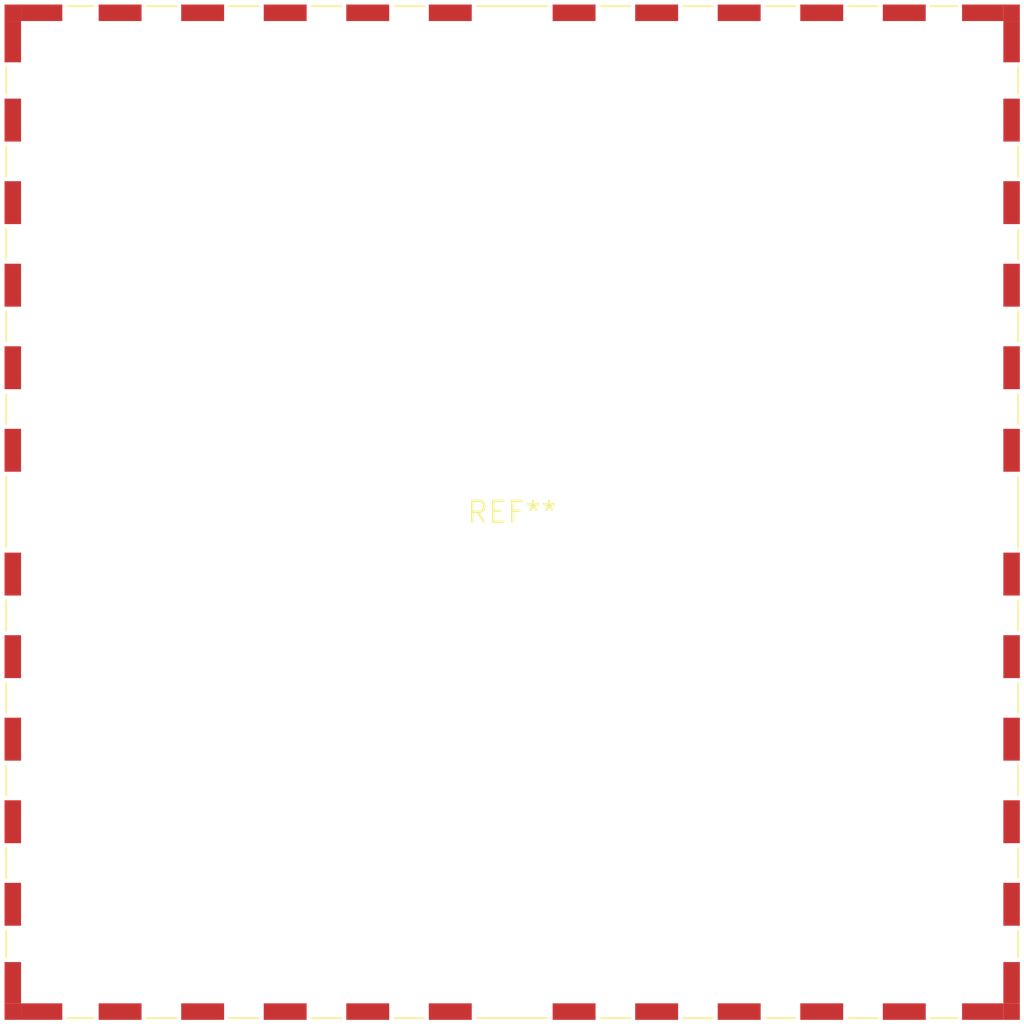
<source format=kicad_pcb>
(kicad_pcb (version 20240108) (generator pcbnew)
  (layers (0 "F.Cu" signal) (31 "B.Cu" signal) (34 "B.Paste" user) (35 "F.Paste" user) (36 "B.SilkS" user "B.Silkscreen") (37 "F.SilkS" user "F.Silkscreen") (38 "B.Mask" user) (39 "F.Mask" user) (44 "Edge.Cuts" user))
  (net 0 "")
  (footprint "Wuerth_36103605_60x60mm" (layer "F.Cu") (at 0 0)
    (property "Reference" "REF**")
    (property "Value" "Wuerth_36103605_60x60mm")
    (fp_line (start -30.65 -26.95) (end -30.65 -25.35) (layer "F.SilkS") (stroke (width 0.12)))
    (fp_line (start -30.65 -22.15) (end -30.65 -20.35) (layer "F.SilkS") (stroke (width 0.12)))
    (fp_line (start -30.65 -17.15) (end -30.65 -15.35) (layer "F.SilkS") (stroke (width 0.12)))
    (fp_line (start -30.65 -12.15) (end -30.65 -10.35) (layer "F.SilkS") (stroke (width 0.12)))
    (fp_line (start -30.65 -7.15) (end -30.65 -5.35) (layer "F.SilkS") (stroke (width 0.12)))
    (fp_line (start -30.65 -2.15) (end -30.65 2.15) (layer "F.SilkS") (stroke (width 0.12)))
    (fp_line (start -30.65 5.35) (end -30.65 7.15) (layer "F.SilkS") (stroke (width 0.12)))
    (fp_line (start -30.65 10.35) (end -30.65 12.15) (layer "F.SilkS") (stroke (width 0.12)))
    (fp_line (start -30.65 15.35) (end -30.65 17.15) (layer "F.SilkS") (stroke (width 0.12)))
    (fp_line (start -30.65 20.35) (end -30.65 22.15) (layer "F.SilkS") (stroke (width 0.12)))
    (fp_line (start -30.65 25.35) (end -30.65 26.95) (layer "F.SilkS") (stroke (width 0.12)))
    (fp_line (start -26.95 -30.65) (end -25.35 -30.65) (layer "F.SilkS") (stroke (width 0.12)))
    (fp_line (start -26.95 30.65) (end -25.35 30.65) (layer "F.SilkS") (stroke (width 0.12)))
    (fp_line (start -22.15 -30.65) (end -20.35 -30.65) (layer "F.SilkS") (stroke (width 0.12)))
    (fp_line (start -22.15 30.65) (end -20.35 30.65) (layer "F.SilkS") (stroke (width 0.12)))
    (fp_line (start -17.15 -30.65) (end -15.35 -30.65) (layer "F.SilkS") (stroke (width 0.12)))
    (fp_line (start -17.15 30.65) (end -15.35 30.65) (layer "F.SilkS") (stroke (width 0.12)))
    (fp_line (start -12.15 -30.65) (end -10.35 -30.65) (layer "F.SilkS") (stroke (width 0.12)))
    (fp_line (start -12.15 30.65) (end -10.35 30.65) (layer "F.SilkS") (stroke (width 0.12)))
    (fp_line (start -7.15 -30.65) (end -5.35 -30.65) (layer "F.SilkS") (stroke (width 0.12)))
    (fp_line (start -7.15 30.65) (end -5.35 30.65) (layer "F.SilkS") (stroke (width 0.12)))
    (fp_line (start -2.15 -30.65) (end 2.15 -30.65) (layer "F.SilkS") (stroke (width 0.12)))
    (fp_line (start -2.15 30.65) (end 2.15 30.65) (layer "F.SilkS") (stroke (width 0.12)))
    (fp_line (start 5.35 -30.65) (end 7.15 -30.65) (layer "F.SilkS") (stroke (width 0.12)))
    (fp_line (start 5.35 30.65) (end 7.15 30.65) (layer "F.SilkS") (stroke (width 0.12)))
    (fp_line (start 10.35 -30.65) (end 12.15 -30.65) (layer "F.SilkS") (stroke (width 0.12)))
    (fp_line (start 10.35 30.65) (end 12.15 30.65) (layer "F.SilkS") (stroke (width 0.12)))
    (fp_line (start 15.35 -30.65) (end 17.15 -30.65) (layer "F.SilkS") (stroke (width 0.12)))
    (fp_line (start 15.35 30.65) (end 17.15 30.65) (layer "F.SilkS") (stroke (width 0.12)))
    (fp_line (start 20.35 -30.65) (end 22.15 -30.65) (layer "F.SilkS") (stroke (width 0.12)))
    (fp_line (start 20.35 30.65) (end 22.15 30.65) (layer "F.SilkS") (stroke (width 0.12)))
    (fp_line (start 25.35 -30.65) (end 26.95 -30.65) (layer "F.SilkS") (stroke (width 0.12)))
    (fp_line (start 25.35 30.65) (end 26.95 30.65) (layer "F.SilkS") (stroke (width 0.12)))
    (fp_line (start 30.65 -26.95) (end 30.65 -25.35) (layer "F.SilkS") (stroke (width 0.12)))
    (fp_line (start 30.65 -22.15) (end 30.65 -20.35) (layer "F.SilkS") (stroke (width 0.12)))
    (fp_line (start 30.65 -17.15) (end 30.65 -15.35) (layer "F.SilkS") (stroke (width 0.12)))
    (fp_line (start 30.65 -12.15) (end 30.65 -10.35) (layer "F.SilkS") (stroke (width 0.12)))
    (fp_line (start 30.65 -7.15) (end 30.65 -5.35) (layer "F.SilkS") (stroke (width 0.12)))
    (fp_line (start 30.65 -2.15) (end 30.65 2.15) (layer "F.SilkS") (stroke (width 0.12)))
    (fp_line (start 30.65 5.35) (end 30.65 7.15) (layer "F.SilkS") (stroke (width 0.12)))
    (fp_line (start 30.65 10.35) (end 30.65 12.15) (layer "F.SilkS") (stroke (width 0.12)))
    (fp_line (start 30.65 15.35) (end 30.65 17.15) (layer "F.SilkS") (stroke (width 0.12)))
    (fp_line (start 30.65 20.35) (end 30.65 22.15) (layer "F.SilkS") (stroke (width 0.12)))
    (fp_line (start 30.65 25.35) (end 30.65 26.95) (layer "F.SilkS") (stroke (width 0.12)))
    (pad "1" smd rect (at -30.25 -30.25) (size 1 1) (layers "F.Cu" "F.Paste" "F.Mask"))
    (pad "1" smd rect (at -30.25 -28.5) (size 1 2.5) (layers "F.Cu" "F.Paste" "F.Mask"))
    (pad "1" smd rect (at -30.25 -23.75) (size 1 2.6) (layers "F.Cu" "F.Paste" "F.Mask"))
    (pad "1" smd rect (at -30.25 -18.75) (size 1 2.6) (layers "F.Cu" "F.Paste" "F.Mask"))
    (pad "1" smd rect (at -30.25 -13.75) (size 1 2.6) (layers "F.Cu" "F.Paste" "F.Mask"))
    (pad "1" smd rect (at -30.25 -8.75) (size 1 2.6) (layers "F.Cu" "F.Paste" "F.Mask"))
    (pad "1" smd rect (at -30.25 -3.75) (size 1 2.6) (layers "F.Cu" "F.Paste" "F.Mask"))
    (pad "1" smd rect (at -30.25 3.75) (size 1 2.6) (layers "F.Cu" "F.Paste" "F.Mask"))
    (pad "1" smd rect (at -30.25 8.75) (size 1 2.6) (layers "F.Cu" "F.Paste" "F.Mask"))
    (pad "1" smd rect (at -30.25 13.75) (size 1 2.6) (layers "F.Cu" "F.Paste" "F.Mask"))
    (pad "1" smd rect (at -30.25 18.75) (size 1 2.6) (layers "F.Cu" "F.Paste" "F.Mask"))
    (pad "1" smd rect (at -30.25 23.75) (size 1 2.6) (layers "F.Cu" "F.Paste" "F.Mask"))
    (pad "1" smd rect (at -30.25 28.5) (size 1 2.5) (layers "F.Cu" "F.Paste" "F.Mask"))
    (pad "1" smd rect (at -30.25 30.25) (size 1 1) (layers "F.Cu" "F.Paste" "F.Mask"))
    (pad "1" smd rect (at -28.5 -30.25) (size 2.5 1) (layers "F.Cu" "F.Paste" "F.Mask"))
    (pad "1" smd rect (at -28.5 30.25) (size 2.5 1) (layers "F.Cu" "F.Paste" "F.Mask"))
    (pad "1" smd rect (at -23.75 -30.25) (size 2.6 1) (layers "F.Cu" "F.Paste" "F.Mask"))
    (pad "1" smd rect (at -23.75 30.25) (size 2.6 1) (layers "F.Cu" "F.Paste" "F.Mask"))
    (pad "1" smd rect (at -18.75 -30.25) (size 2.6 1) (layers "F.Cu" "F.Paste" "F.Mask"))
    (pad "1" smd rect (at -18.75 30.25) (size 2.6 1) (layers "F.Cu" "F.Paste" "F.Mask"))
    (pad "1" smd rect (at -13.75 -30.25) (size 2.6 1) (layers "F.Cu" "F.Paste" "F.Mask"))
    (pad "1" smd rect (at -13.75 30.25) (size 2.6 1) (layers "F.Cu" "F.Paste" "F.Mask"))
    (pad "1" smd rect (at -8.75 -30.25) (size 2.6 1) (layers "F.Cu" "F.Paste" "F.Mask"))
    (pad "1" smd rect (at -8.75 30.25) (size 2.6 1) (layers "F.Cu" "F.Paste" "F.Mask"))
    (pad "1" smd rect (at -3.75 -30.25) (size 2.6 1) (layers "F.Cu" "F.Paste" "F.Mask"))
    (pad "1" smd rect (at -3.75 30.25) (size 2.6 1) (layers "F.Cu" "F.Paste" "F.Mask"))
    (pad "1" smd rect (at 3.75 -30.25) (size 2.6 1) (layers "F.Cu" "F.Paste" "F.Mask"))
    (pad "1" smd rect (at 3.75 30.25) (size 2.6 1) (layers "F.Cu" "F.Paste" "F.Mask"))
    (pad "1" smd rect (at 8.75 -30.25) (size 2.6 1) (layers "F.Cu" "F.Paste" "F.Mask"))
    (pad "1" smd rect (at 8.75 30.25) (size 2.6 1) (layers "F.Cu" "F.Paste" "F.Mask"))
    (pad "1" smd rect (at 13.75 -30.25) (size 2.6 1) (layers "F.Cu" "F.Paste" "F.Mask"))
    (pad "1" smd rect (at 13.75 30.25) (size 2.6 1) (layers "F.Cu" "F.Paste" "F.Mask"))
    (pad "1" smd rect (at 18.75 -30.25) (size 2.6 1) (layers "F.Cu" "F.Paste" "F.Mask"))
    (pad "1" smd rect (at 18.75 30.25) (size 2.6 1) (layers "F.Cu" "F.Paste" "F.Mask"))
    (pad "1" smd rect (at 23.75 -30.25) (size 2.6 1) (layers "F.Cu" "F.Paste" "F.Mask"))
    (pad "1" smd rect (at 23.75 30.25) (size 2.6 1) (layers "F.Cu" "F.Paste" "F.Mask"))
    (pad "1" smd rect (at 28.5 -30.25) (size 2.5 1) (layers "F.Cu" "F.Paste" "F.Mask"))
    (pad "1" smd rect (at 28.5 30.25) (size 2.5 1) (layers "F.Cu" "F.Paste" "F.Mask"))
    (pad "1" smd rect (at 30.25 -30.25) (size 1 1) (layers "F.Cu" "F.Paste" "F.Mask"))
    (pad "1" smd rect (at 30.25 -28.5) (size 1 2.5) (layers "F.Cu" "F.Paste" "F.Mask"))
    (pad "1" smd rect (at 30.25 -23.75) (size 1 2.6) (layers "F.Cu" "F.Paste" "F.Mask"))
    (pad "1" smd rect (at 30.25 -18.75) (size 1 2.6) (layers "F.Cu" "F.Paste" "F.Mask"))
    (pad "1" smd rect (at 30.25 -13.75) (size 1 2.6) (layers "F.Cu" "F.Paste" "F.Mask"))
    (pad "1" smd rect (at 30.25 -8.75) (size 1 2.6) (layers "F.Cu" "F.Paste" "F.Mask"))
    (pad "1" smd rect (at 30.25 -3.75) (size 1 2.6) (layers "F.Cu" "F.Paste" "F.Mask"))
    (pad "1" smd rect (at 30.25 3.75) (size 1 2.6) (layers "F.Cu" "F.Paste" "F.Mask"))
    (pad "1" smd rect (at 30.25 8.75) (size 1 2.6) (layers "F.Cu" "F.Paste" "F.Mask"))
    (pad "1" smd rect (at 30.25 13.75) (size 1 2.6) (layers "F.Cu" "F.Paste" "F.Mask"))
    (pad "1" smd rect (at 30.25 18.75) (size 1 2.6) (layers "F.Cu" "F.Paste" "F.Mask"))
    (pad "1" smd rect (at 30.25 23.75) (size 1 2.6) (layers "F.Cu" "F.Paste" "F.Mask"))
    (pad "1" smd rect (at 30.25 28.5) (size 1 2.5) (layers "F.Cu" "F.Paste" "F.Mask"))
    (pad "1" smd rect (at 30.25 30.25) (size 1 1) (layers "F.Cu" "F.Paste" "F.Mask"))
  )
)
</source>
